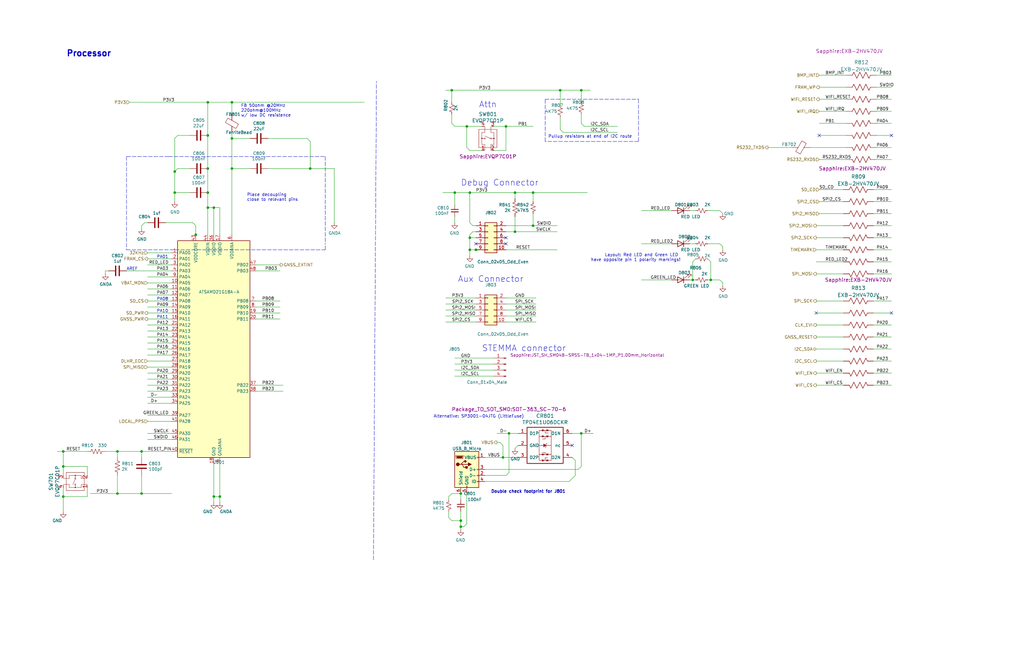
<source format=kicad_sch>
(kicad_sch (version 20211123) (generator eeschema)
  (paper "B")
  (title_block (title "Sapphire Mini M2") (date "2022-10-04") (rev "1") (company "Southern Methodist Univ") (comment 1 "Chris Hayward") (comment 2 "Markup copy w/ errors!"))
  (junction (at 97.79 71.12))
  (junction (at 97.79 43.18))
  (junction (at 292.1 118.11))
  (junction (at 49.53 190.5))
  (junction (at 87.63 81.28))
  (junction (at 73.66 72.39))
  (junction (at 130.81 71.12))
  (junction (at 87.63 43.18))
  (junction (at 224.79 81.28))
  (junction (at 90.17 209.55))
  (junction (at 198.12 105.41))
  (junction (at 59.69 190.5))
  (junction (at 190.5 38.1))
  (junction (at 194.31 219.71))
  (junction (at 87.63 87.63))
  (junction (at 299.72 118.11))
  (junction (at 194.31 208.28))
  (junction (at 213.36 53.34))
  (junction (at 198.12 81.28))
  (junction (at 73.66 81.28))
  (junction (at 82.55 99.06))
  (junction (at 212.09 193.04))
  (junction (at 214.63 182.88))
  (junction (at 59.69 208.28))
  (junction (at 92.71 209.55))
  (junction (at 217.17 97.79))
  (junction (at 196.85 53.34))
  (junction (at 198.12 100.33))
  (junction (at 191.77 81.28))
  (junction (at 87.63 57.15))
  (junction (at 87.63 71.12))
  (junction (at 236.22 38.1))
  (junction (at 217.17 81.28))
  (junction (at 26.67 209.55))
  (junction (at 49.53 208.28))
  (junction (at 194.31 222.25))
  (junction (at 97.79 58.42))
  (junction (at 245.11 38.1))
  (junction (at 224.79 95.25))
  (junction (at 200.66 105.41))
  (junction (at 26.67 190.5))
  (junction (at 245.11 182.88))
  (junction (at 90.17 87.63))
  (junction (at 26.67 196.85))
  (no_connect (at 241.3 187.96))
  (no_connect (at 213.36 102.87))
  (no_connect (at 200.66 102.87))
  (no_connect (at 213.36 100.33))
  (no_connect (at 345.44 57.15))
  (no_connect (at 375.92 57.15))
  (no_connect (at 344.17 132.08))
  (no_connect (at 375.92 132.08))
  (wire (pts (xy 345.44 57.15) (xy 356.87 57.15)))
  (wire (pts (xy 270.51 118.11) (xy 283.21 118.11)))
  (wire (pts (xy 344.17 157.48) (xy 355.6 157.48)))
  (wire (pts (xy 217.17 97.79) (xy 213.36 97.79)))
  (wire (pts (xy 368.3 157.48) (xy 375.92 157.48)))
  (wire (pts (xy 213.36 105.41) (xy 234.95 105.41)))
  (wire (pts (xy 62.23 185.42) (xy 72.39 185.42)))
  (wire (pts (xy 87.63 71.12) (xy 87.63 81.28)))
  (wire (pts (xy 298.45 118.11) (xy 299.72 118.11)))
  (wire (pts (xy 49.53 193.04) (xy 49.53 190.5)))
  (wire (pts (xy 199.39 97.79) (xy 198.12 99.06)))
  (wire (pts (xy 237.49 55.88) (xy 260.35 55.88)))
  (wire (pts (xy 213.36 63.5) (xy 208.28 63.5)))
  (wire (pts (xy 62.23 137.16) (xy 72.39 137.16)))
  (wire (pts (xy 344.17 147.32) (xy 355.6 147.32)))
  (wire (pts (xy 214.63 182.88) (xy 218.44 182.88)))
  (wire (pts (xy 213.36 133.35) (xy 226.06 133.35)))
  (wire (pts (xy 213.36 135.89) (xy 226.06 135.89)))
  (wire (pts (xy 97.79 58.42) (xy 105.41 58.42)))
  (wire (pts (xy 217.17 81.28) (xy 224.79 81.28)))
  (wire (pts (xy 368.3 127) (xy 375.92 127)))
  (wire (pts (xy 200.66 97.79) (xy 199.39 97.79)))
  (wire (pts (xy 245.11 182.88) (xy 250.19 182.88)))
  (wire (pts (xy 242.57 194.31) (xy 242.57 200.66)))
  (wire (pts (xy 62.23 175.26) (xy 72.39 175.26)))
  (wire (pts (xy 200.66 128.27) (xy 187.96 128.27)))
  (wire (pts (xy 198.12 105.41) (xy 198.12 107.95)))
  (wire (pts (xy 44.45 114.3) (xy 44.45 115.57)))
  (wire (pts (xy 26.67 200.66) (xy 26.67 196.85)))
  (wire (pts (xy 212.09 193.04) (xy 204.47 193.04)))
  (wire (pts (xy 292.1 118.11) (xy 292.1 110.49)))
  (wire (pts (xy 195.58 222.25) (xy 194.31 222.25)))
  (wire (pts (xy 203.2 53.34) (xy 196.85 53.34)))
  (wire (pts (xy 368.3 80.01) (xy 375.92 80.01)))
  (wire (pts (xy 292.1 110.49) (xy 293.37 109.22)))
  (wire (pts (xy 213.36 125.73) (xy 226.06 125.73)))
  (wire (pts (xy 344.17 142.24) (xy 355.6 142.24)))
  (wire (pts (xy 62.23 106.68) (xy 72.39 106.68)))
  (wire (pts (xy 72.39 132.08) (xy 62.23 132.08)))
  (wire (pts (xy 292.1 118.11) (xy 293.37 118.11)))
  (wire (pts (xy 209.55 186.69) (xy 210.82 186.69)))
  (wire (pts (xy 36.83 209.55) (xy 26.67 209.55)))
  (wire (pts (xy 59.69 193.04) (xy 59.69 190.5)))
  (wire (pts (xy 62.23 111.76) (xy 72.39 111.76)))
  (wire (pts (xy 236.22 54.61) (xy 237.49 55.88)))
  (wire (pts (xy 198.12 93.98) (xy 198.12 81.28)))
  (wire (pts (xy 214.63 182.88) (xy 214.63 199.39)))
  (wire (pts (xy 194.31 208.28) (xy 194.31 210.82)))
  (wire (pts (xy 213.36 200.66) (xy 214.63 199.39)))
  (wire (pts (xy 213.36 63.5) (xy 213.36 53.34)))
  (wire (pts (xy 245.11 52.07) (xy 246.38 53.34)))
  (wire (pts (xy 90.17 99.06) (xy 90.17 87.63)))
  (wire (pts (xy 344.17 110.49) (xy 355.6 110.49)))
  (wire (pts (xy 236.22 49.53) (xy 236.22 54.61)))
  (wire (pts (xy 49.53 190.5) (xy 44.45 190.5)))
  (wire (pts (xy 72.39 190.5) (xy 59.69 190.5)))
  (wire (pts (xy 189.23 215.9) (xy 189.23 218.44)))
  (wire (pts (xy 107.95 111.76) (xy 118.11 111.76)))
  (wire (pts (xy 38.1 208.28) (xy 49.53 208.28)))
  (wire (pts (xy 345.44 85.09) (xy 355.6 85.09)))
  (wire (pts (xy 190.5 43.18) (xy 190.5 38.1)))
  (wire (pts (xy 208.28 156.21) (xy 191.77 156.21)))
  (wire (pts (xy 369.57 31.75) (xy 375.92 31.75)))
  (wire (pts (xy 73.66 81.28) (xy 73.66 85.09)))
  (wire (pts (xy 90.17 209.55) (xy 90.17 212.09)))
  (wire (pts (xy 209.55 182.88) (xy 214.63 182.88)))
  (wire (pts (xy 26.67 196.85) (xy 36.83 196.85)))
  (wire (pts (xy 368.3 162.56) (xy 375.92 162.56)))
  (wire (pts (xy 345.44 90.17) (xy 355.6 90.17)))
  (wire (pts (xy 73.66 72.39) (xy 74.93 71.12)))
  (wire (pts (xy 368.3 95.25) (xy 375.92 95.25)))
  (wire (pts (xy 345.44 41.91) (xy 356.87 41.91)))
  (polyline (pts (xy 137.16 105.41) (xy 137.16 102.87)))
  (wire (pts (xy 345.44 52.07) (xy 356.87 52.07)))
  (wire (pts (xy 369.57 67.31) (xy 375.92 67.31)))
  (wire (pts (xy 62.23 182.88) (xy 72.39 182.88)))
  (wire (pts (xy 62.23 177.8) (xy 72.39 177.8)))
  (wire (pts (xy 236.22 38.1) (xy 236.22 44.45)))
  (wire (pts (xy 212.09 187.96) (xy 212.09 193.04)))
  (wire (pts (xy 194.31 215.9) (xy 194.31 219.71)))
  (wire (pts (xy 290.83 102.87) (xy 293.37 102.87)))
  (wire (pts (xy 97.79 43.18) (xy 153.67 43.18)))
  (wire (pts (xy 97.79 71.12) (xy 105.41 71.12)))
  (wire (pts (xy 208.28 153.67) (xy 191.77 153.67)))
  (wire (pts (xy 73.66 81.28) (xy 80.01 81.28)))
  (wire (pts (xy 196.85 220.98) (xy 195.58 222.25)))
  (wire (pts (xy 107.95 114.3) (xy 118.11 114.3)))
  (wire (pts (xy 73.66 58.42) (xy 73.66 72.39)))
  (wire (pts (xy 130.81 59.69) (xy 130.81 71.12)))
  (wire (pts (xy 62.23 116.84) (xy 72.39 116.84)))
  (wire (pts (xy 196.85 208.28) (xy 196.85 220.98)))
  (wire (pts (xy 198.12 81.28) (xy 217.17 81.28)))
  (wire (pts (xy 345.44 46.99) (xy 356.87 46.99)))
  (wire (pts (xy 369.57 52.07) (xy 375.92 52.07)))
  (wire (pts (xy 344.17 132.08) (xy 355.6 132.08)))
  (wire (pts (xy 299.72 118.11) (xy 299.72 110.49)))
  (wire (pts (xy 298.45 88.9) (xy 303.53 88.9)))
  (wire (pts (xy 369.57 46.99) (xy 375.92 46.99)))
  (wire (pts (xy 36.83 205.74) (xy 36.83 209.55)))
  (wire (pts (xy 303.53 118.11) (xy 299.72 118.11)))
  (wire (pts (xy 49.53 208.28) (xy 59.69 208.28)))
  (wire (pts (xy 140.97 71.12) (xy 140.97 93.98)))
  (wire (pts (xy 200.66 130.81) (xy 187.96 130.81)))
  (wire (pts (xy 303.53 102.87) (xy 298.45 102.87)))
  (wire (pts (xy 369.57 36.83) (xy 375.92 36.83)))
  (wire (pts (xy 344.17 115.57) (xy 355.6 115.57)))
  (wire (pts (xy 240.03 203.2) (xy 242.57 200.66)))
  (wire (pts (xy 72.39 134.62) (xy 62.23 134.62)))
  (wire (pts (xy 368.3 152.4) (xy 375.92 152.4)))
  (wire (pts (xy 345.44 31.75) (xy 356.87 31.75)))
  (wire (pts (xy 36.83 196.85) (xy 36.83 200.66)))
  (wire (pts (xy 283.21 102.87) (xy 270.51 102.87)))
  (wire (pts (xy 87.63 57.15) (xy 87.63 71.12)))
  (wire (pts (xy 53.34 114.3) (xy 72.39 114.3)))
  (wire (pts (xy 191.77 86.36) (xy 191.77 81.28)))
  (wire (pts (xy 344.17 137.16) (xy 355.6 137.16)))
  (wire (pts (xy 345.44 36.83) (xy 356.87 36.83)))
  (wire (pts (xy 190.5 219.71) (xy 194.31 219.71)))
  (wire (pts (xy 87.63 43.18) (xy 87.63 57.15)))
  (wire (pts (xy 80.01 57.15) (xy 74.93 57.15)))
  (wire (pts (xy 368.3 90.17) (xy 375.92 90.17)))
  (wire (pts (xy 62.23 152.4) (xy 72.39 152.4)))
  (polyline (pts (xy 53.34 66.04) (xy 53.34 105.41)))
  (wire (pts (xy 82.55 100.33) (xy 82.55 99.06)))
  (wire (pts (xy 200.66 133.35) (xy 187.96 133.35)))
  (wire (pts (xy 217.17 91.44) (xy 217.17 97.79)))
  (wire (pts (xy 26.67 190.5) (xy 24.13 190.5)))
  (wire (pts (xy 130.81 71.12) (xy 140.97 71.12)))
  (polyline (pts (xy 229.87 59.69) (xy 229.87 41.91)))
  (wire (pts (xy 344.17 95.25) (xy 355.6 95.25)))
  (wire (pts (xy 368.3 100.33) (xy 375.92 100.33)))
  (wire (pts (xy 345.44 67.31) (xy 356.87 67.31)))
  (wire (pts (xy 113.03 58.42) (xy 129.54 58.42)))
  (wire (pts (xy 200.66 105.41) (xy 198.12 105.41)))
  (wire (pts (xy 92.71 195.58) (xy 92.71 209.55)))
  (wire (pts (xy 194.31 222.25) (xy 194.31 223.52)))
  (wire (pts (xy 97.79 71.12) (xy 97.79 99.06)))
  (wire (pts (xy 241.3 193.04) (xy 242.57 194.31)))
  (wire (pts (xy 200.66 135.89) (xy 187.96 135.89)))
  (wire (pts (xy 236.22 38.1) (xy 245.11 38.1)))
  (wire (pts (xy 245.11 48.26) (xy 245.11 52.07)))
  (wire (pts (xy 62.23 157.48) (xy 72.39 157.48)))
  (wire (pts (xy 243.84 198.12) (xy 245.11 196.85)))
  (wire (pts (xy 62.23 147.32) (xy 72.39 147.32)))
  (wire (pts (xy 241.3 182.88) (xy 245.11 182.88)))
  (wire (pts (xy 200.66 95.25) (xy 199.39 95.25)))
  (wire (pts (xy 59.69 208.28) (xy 59.69 200.66)))
  (polyline (pts (xy 71.12 66.04) (xy 53.34 66.04)))
  (wire (pts (xy 189.23 218.44) (xy 190.5 219.71)))
  (wire (pts (xy 191.77 53.34) (xy 196.85 53.34)))
  (wire (pts (xy 62.23 154.94) (xy 72.39 154.94)))
  (polyline (pts (xy 137.16 66.04) (xy 137.16 102.87)))
  (wire (pts (xy 368.3 105.41) (xy 375.92 105.41)))
  (wire (pts (xy 369.57 41.91) (xy 375.92 41.91)))
  (wire (pts (xy 200.66 125.73) (xy 187.96 125.73)))
  (wire (pts (xy 49.53 200.66) (xy 49.53 208.28)))
  (wire (pts (xy 224.79 95.25) (xy 213.36 95.25)))
  (wire (pts (xy 189.23 209.55) (xy 190.5 208.28)))
  (polyline (pts (xy 229.87 41.91) (xy 269.24 41.91)))
  (wire (pts (xy 208.28 158.75) (xy 191.77 158.75)))
  (wire (pts (xy 69.85 93.98) (xy 81.28 93.98)))
  (wire (pts (xy 87.63 43.18) (xy 97.79 43.18)))
  (wire (pts (xy 213.36 130.81) (xy 226.06 130.81)))
  (wire (pts (xy 87.63 87.63) (xy 90.17 87.63)))
  (wire (pts (xy 304.8 104.14) (xy 304.8 105.41)))
  (wire (pts (xy 303.53 118.11) (xy 304.8 119.38)))
  (wire (pts (xy 204.47 200.66) (xy 213.36 200.66)))
  (wire (pts (xy 245.11 43.18) (xy 245.11 38.1)))
  (wire (pts (xy 92.71 209.55) (xy 92.71 212.09)))
  (polyline (pts (xy 157.48 236.22) (xy 158.75 34.29)))
  (wire (pts (xy 82.55 99.06) (xy 82.55 95.25)))
  (wire (pts (xy 26.67 209.55) (xy 26.67 215.9)))
  (wire (pts (xy 369.57 57.15) (xy 375.92 57.15)))
  (wire (pts (xy 59.69 95.25) (xy 60.96 93.98)))
  (wire (pts (xy 368.3 132.08) (xy 375.92 132.08)))
  (wire (pts (xy 191.77 81.28) (xy 198.12 81.28)))
  (wire (pts (xy 234.95 97.79) (xy 217.17 97.79)))
  (wire (pts (xy 72.39 127) (xy 62.23 127)))
  (wire (pts (xy 73.66 81.28) (xy 73.66 72.39)))
  (wire (pts (xy 62.23 167.64) (xy 72.39 167.64)))
  (wire (pts (xy 368.3 85.09) (xy 375.92 85.09)))
  (wire (pts (xy 194.31 219.71) (xy 194.31 222.25)))
  (wire (pts (xy 60.96 93.98) (xy 62.23 93.98)))
  (wire (pts (xy 196.85 62.23) (xy 196.85 53.34)))
  (wire (pts (xy 74.93 71.12) (xy 80.01 71.12)))
  (wire (pts (xy 187.96 38.1) (xy 190.5 38.1)))
  (wire (pts (xy 90.17 209.55) (xy 92.71 209.55)))
  (wire (pts (xy 190.5 38.1) (xy 236.22 38.1)))
  (wire (pts (xy 210.82 186.69) (xy 212.09 187.96)))
  (wire (pts (xy 62.23 121.92) (xy 72.39 121.92)))
  (wire (pts (xy 90.17 87.63) (xy 92.71 87.63)))
  (wire (pts (xy 224.79 90.17) (xy 224.79 95.25)))
  (wire (pts (xy 92.71 87.63) (xy 92.71 99.06)))
  (wire (pts (xy 97.79 58.42) (xy 97.79 55.88)))
  (wire (pts (xy 345.44 80.01) (xy 355.6 80.01)))
  (wire (pts (xy 204.47 198.12) (xy 243.84 198.12)))
  (wire (pts (xy 224.79 81.28) (xy 247.65 81.28)))
  (wire (pts (xy 107.95 129.54) (xy 118.11 129.54)))
  (polyline (pts (xy 269.24 59.69) (xy 229.87 59.69)))
  (wire (pts (xy 186.69 81.28) (xy 191.77 81.28)))
  (wire (pts (xy 368.3 137.16) (xy 375.92 137.16)))
  (wire (pts (xy 62.23 119.38) (xy 72.39 119.38)))
  (wire (pts (xy 208.28 151.13) (xy 191.77 151.13)))
  (wire (pts (xy 107.95 132.08) (xy 118.11 132.08)))
  (wire (pts (xy 201.93 105.41) (xy 200.66 105.41)))
  (wire (pts (xy 26.67 196.85) (xy 26.67 190.5)))
  (wire (pts (xy 59.69 96.52) (xy 59.69 95.25)))
  (wire (pts (xy 90.17 195.58) (xy 90.17 209.55)))
  (wire (pts (xy 62.23 139.7) (xy 72.39 139.7)))
  (wire (pts (xy 344.17 152.4) (xy 355.6 152.4)))
  (wire (pts (xy 344.17 162.56) (xy 355.6 162.56)))
  (wire (pts (xy 290.83 118.11) (xy 292.1 118.11)))
  (wire (pts (xy 62.23 129.54) (xy 72.39 129.54)))
  (wire (pts (xy 203.2 63.5) (xy 198.12 63.5)))
  (wire (pts (xy 217.17 189.23) (xy 218.44 187.96)))
  (wire (pts (xy 36.83 190.5) (xy 26.67 190.5)))
  (wire (pts (xy 204.47 203.2) (xy 240.03 203.2)))
  (wire (pts (xy 290.83 88.9) (xy 293.37 88.9)))
  (wire (pts (xy 368.3 115.57) (xy 375.92 115.57)))
  (polyline (pts (xy 53.34 105.41) (xy 137.16 105.41)))
  (wire (pts (xy 107.95 165.1) (xy 119.38 165.1)))
  (wire (pts (xy 344.17 105.41) (xy 355.6 105.41)))
  (wire (pts (xy 190.5 208.28) (xy 194.31 208.28)))
  (wire (pts (xy 97.79 58.42) (xy 97.79 71.12)))
  (polyline (pts (xy 71.12 66.04) (xy 137.16 66.04)))
  (wire (pts (xy 245.11 182.88) (xy 245.11 196.85)))
  (wire (pts (xy 283.21 88.9) (xy 270.51 88.9)))
  (wire (pts (xy 81.28 93.98) (xy 82.55 95.25)))
  (wire (pts (xy 344.17 100.33) (xy 355.6 100.33)))
  (wire (pts (xy 59.69 208.28) (xy 72.39 208.28)))
  (wire (pts (xy 87.63 87.63) (xy 87.63 81.28)))
  (wire (pts (xy 200.66 100.33) (xy 198.12 100.33)))
  (wire (pts (xy 62.23 142.24) (xy 72.39 142.24)))
  (wire (pts (xy 344.17 127) (xy 355.6 127)))
  (wire (pts (xy 368.3 147.32) (xy 375.92 147.32)))
  (wire (pts (xy 129.54 58.42) (xy 130.81 59.69)))
  (wire (pts (xy 303.53 88.9) (xy 304.8 90.17)))
  (wire (pts (xy 304.8 119.38) (xy 304.8 120.65)))
  (wire (pts (xy 62.23 160.02) (xy 72.39 160.02)))
  (wire (pts (xy 212.09 193.04) (xy 218.44 193.04)))
  (wire (pts (xy 190.5 52.07) (xy 191.77 53.34)))
  (wire (pts (xy 62.23 165.1) (xy 72.39 165.1)))
  (wire (pts (xy 303.53 102.87) (xy 304.8 104.14)))
  (wire (pts (xy 198.12 99.06) (xy 198.12 100.33)))
  (wire (pts (xy 62.23 170.18) (xy 72.39 170.18)))
  (wire (pts (xy 213.36 128.27) (xy 226.06 128.27)))
  (wire (pts (xy 54.61 43.18) (xy 87.63 43.18)))
  (wire (pts (xy 198.12 63.5) (xy 196.85 62.23)))
  (wire (pts (xy 87.63 99.06) (xy 87.63 87.63)))
  (wire (pts (xy 190.5 48.26) (xy 190.5 52.07)))
  (wire (pts (xy 213.36 53.34) (xy 224.79 53.34)))
  (wire (pts (xy 341.63 62.23) (xy 356.87 62.23)))
  (wire (pts (xy 107.95 162.56) (xy 119.38 162.56)))
  (wire (pts (xy 199.39 95.25) (xy 198.12 93.98)))
  (wire (pts (xy 213.36 53.34) (xy 208.28 53.34)))
  (wire (pts (xy 72.39 149.86) (xy 62.23 149.86)))
  (wire (pts (xy 246.38 53.34) (xy 260.35 53.34)))
  (wire (pts (xy 107.95 127) (xy 118.11 127)))
  (wire (pts (xy 191.77 93.98) (xy 191.77 91.44)))
  (wire (pts (xy 59.69 190.5) (xy 49.53 190.5)))
  (wire (pts (xy 44.45 114.3) (xy 45.72 114.3)))
  (wire (pts (xy 323.85 62.23) (xy 334.01 62.23)))
  (wire (pts (xy 189.23 210.82) (xy 189.23 209.55)))
  (wire (pts (xy 198.12 100.33) (xy 198.12 105.41)))
  (wire (pts (xy 113.03 71.12) (xy 130.81 71.12)))
  (wire (pts (xy 368.3 142.24) (xy 375.92 142.24)))
  (wire (pts (xy 368.3 110.49) (xy 375.92 110.49)))
  (wire (pts (xy 217.17 81.28) (xy 217.17 83.82)))
  (polyline (pts (xy 269.24 41.91) (xy 269.24 59.69)))
  (wire (pts (xy 72.39 109.22) (xy 62.23 109.22)))
  (wire (pts (xy 245.11 38.1) (xy 248.92 38.1)))
  (wire (pts (xy 62.23 162.56) (xy 72.39 162.56)))
  (wire (pts (xy 62.23 124.46) (xy 72.39 124.46)))
  (wire (pts (xy 74.93 57.15) (xy 73.66 58.42)))
  (wire (pts (xy 26.67 205.74) (xy 26.67 209.55)))
  (wire (pts (xy 369.57 62.23) (xy 375.92 62.23)))
  (wire (pts (xy 107.95 134.62) (xy 118.11 134.62)))
  (wire (pts (xy 62.23 144.78) (xy 72.39 144.78)))
  (wire (pts (xy 224.79 85.09) (xy 224.79 81.28)))
  (wire (pts (xy 299.72 110.49) (xy 298.45 109.22)))
  (wire (pts (xy 234.95 95.25) (xy 224.79 95.25)))
  (wire (pts (xy 97.79 48.26) (xy 97.79 43.18)))
  (text "PA08" (at 66.04 127 0) (effects (font (size 1.27 1.27)) (justify left bottom)))
  (text "PA10" (at 66.04 132.08 0) (effects (font (size 1.27 1.27)) (justify left bottom)))
  (text "PA11" (at 66.04 134.62 0) (effects (font (size 1.27 1.27)) (justify left bottom)))
  (text "Double check footprint for J801" (at 207.01 208.28 0) (effects (font (size 1.27 1.27) (thickness 0.254) bold) (justify left bottom)))
  (text "Processor" (at 27.94 24.13 0) (effects (font (size 2.5 2.5) (thickness 0.5) bold) (justify left bottom)))
  (text "Layout: Red LED and Green LED \nhave opposite pin 1 polarity markings!" (at 287.02 110.49 0) (effects (font (size 1.27 1.27)) (justify right bottom)))
  (text "Debug Connector" (at 194.31 78.74 0) (effects (font (size 2.54 2.54)) (justify left bottom)))
  (text "AREF\n" (at 53.34 114.3 0) (effects (font (size 1.27 1.27)) (justify left bottom)))
  (text "Attn" (at 201.93 45.72 0) (effects (font (size 2.54 2.54)) (justify left bottom)))
  (text "Alternative: SP3001-04JTG (LittleFuse)" (at 220.98 176.53 180) (effects (font (size 1.27 1.27)) (justify right bottom)))
  (text "PA01" (at 66.04 109.22 0) (effects (font (size 1.27 1.27)) (justify left bottom)))
  (text "Pullup resistors at end of I2C route\n" (at 231.14 58.42 0) (effects (font (size 1.27 1.27)) (justify left bottom)))
  (text "FB 50ohm @20MHz \n220ohm@100MHz \nw/ low DC resistence" (at 101.6 49.53 0) (effects (font (size 1.27 1.27)) (justify left bottom)))
  (text "STEMMA connector\n" (at 203.2 148.59 0) (effects (font (size 2.54 2.54)) (justify left bottom)))
  (text "Place decoupling \nclose to relevant pins" (at 104.14 85.09 0) (effects (font (size 1.27 1.27)) (justify left bottom)))
  (text "Aux Connector" (at 193.04 119.38 0) (effects (font (size 2.54 2.54)) (justify left bottom)))
  (label "I2C_SCL" (at 248.92 55.88 0))
  (label "PA22" (at 66.04 162.56 0))
  (label "PA16" (at 66.04 147.32 0))
  (label "PB10" (at 369.57 85.09 0))
  (label "PA15" (at 369.57 110.49 0))
  (label "PA07" (at 369.57 67.31 0))
  (label "RED_LED" (at 71.12 111.76 180))
  (label "D+" (at 63.5 170.18 0))
  (label "SWDIO" (at 232.41 95.25 180))
  (label "WIFI_EN" (at 347.98 157.48 0))
  (label "PB11" (at 369.57 90.17 0))
  (label "PB23" (at 369.57 162.56 0))
  (label "I2C_SDA" (at 194.31 156.21 0))
  (label "PB10" (at 110.49 132.08 0))
  (label "SWCLK" (at 232.41 97.79 180))
  (label "SPI_SCK" (at 217.17 128.27 0))
  (label "PB23" (at 110.49 165.1 0))
  (label "PA13" (at 369.57 100.33 0))
  (label "PB03" (at 370.84 31.75 0))
  (label "I2C_SDA" (at 248.92 53.34 0))
  (label "SPI_MISO" (at 217.17 133.35 0))
  (label "PA21" (at 66.04 160.02 0))
  (label "WIFI_CS" (at 217.17 135.89 0))
  (label "D+" (at 246.38 182.88 0))
  (label "D-" (at 63.5 167.64 0))
  (label "PA09" (at 66.04 129.54 0))
  (label "SPI2_MOSI" (at 190.5 130.81 0))
  (label "SPI2_SCK" (at 190.5 128.27 0) (effects (font italic)))
  (label "PA04" (at 369.57 52.07 0))
  (label "P3V3" (at 190.5 125.73 0))
  (label "RED_LED2" (at 347.98 110.49 0))
  (label "PA14" (at 66.04 142.24 0))
  (label "PA14" (at 369.57 105.41 0))
  (label "RED_LED2" (at 274.32 102.87 0))
  (label "VBUS" (at 210.82 193.04 180))
  (label "PA13" (at 66.04 139.7 0))
  (label "PB1" (at 218.44 53.34 0))
  (label "PA15" (at 66.04 144.78 0))
  (label "WIFI_IRQ" (at 347.98 46.99 0))
  (label "PB22" (at 369.57 157.48 0))
  (label "RESET" (at 27.94 190.5 0))
  (label "PA22" (at 369.57 147.32 0))
  (label "PB09" (at 369.57 46.99 0))
  (label "PA23" (at 66.04 165.1 0))
  (label "PA03" (at 66.04 114.3 0))
  (label "GREEN_LED" (at 274.32 118.11 0))
  (label "SPI2_MISO" (at 190.5 133.35 0))
  (label "P3V3" (at 201.93 38.1 0))
  (label "PA09" (at 369.57 80.01 0))
  (label "PA07" (at 66.04 124.46 0))
  (label "PA20" (at 369.57 137.16 0))
  (label "P3V3" (at 68.58 43.18 0))
  (label "SD_CD" (at 345.44 80.01 0))
  (label "WIFI_RESET" (at 347.98 41.91 0))
  (label "SPI_MOSI" (at 217.17 130.81 0))
  (label "D-" (at 210.82 182.88 0))
  (label "PB08" (at 369.57 41.91 0))
  (label "P3V3" (at 40.64 208.28 0))
  (label "PB11" (at 110.49 134.62 0))
  (label "RED_LED" (at 274.32 88.9 0))
  (label "GND" (at 194.31 151.13 0))
  (label "PA16" (at 369.57 115.57 0))
  (label "TIMEMARK" (at 347.98 105.41 0))
  (label "PA20" (at 66.04 157.48 0))
  (label "SPI2_CS" (at 346.71 85.09 0))
  (label "SWDIO" (at 64.77 185.42 0))
  (label "PB09" (at 110.49 129.54 0))
  (label "PA17" (at 369.57 127 0))
  (label "PA06" (at 66.04 121.92 0))
  (label "PB03" (at 111.76 114.3 0))
  (label "PB22" (at 110.49 162.56 0))
  (label "PB08" (at 110.49 127 0))
  (label "PA12" (at 66.04 137.16 0))
  (label "SWCLK" (at 64.77 182.88 0))
  (label "RESET_PIN" (at 62.23 190.5 0))
  (label "I2C_SCL" (at 194.31 158.75 0))
  (label "GND" (at 217.17 125.73 0))
  (label "GREEN_LED" (at 71.12 175.26 180))
  (label "PA04" (at 66.04 116.84 0))
  (label "BMP_INT" (at 347.98 31.75 0))
  (label "PA12" (at 369.57 95.25 0))
  (label "SPI2_CS" (at 190.5 135.89 0))
  (label "P3V3" (at 194.31 153.67 0))
  (label "PA23" (at 369.57 152.4 0))
  (label "PA06" (at 369.57 62.23 0))
  (label "SWDIO" (at 370.84 36.83 0))
  (label "PA17" (at 66.04 149.86 0))
  (label "RESET" (at 223.52 105.41 180))
  (label "WIFI_CS" (at 347.98 162.56 0))
  (label "PB1" (at 347.98 52.07 0))
  (label "RS232_RXD5" (at 346.71 67.31 0))
  (label "P3V3" (at 200.66 81.28 0))
  (label "PA21" (at 369.57 142.24 0))
  (hierarchical_label "DLHR_EOC" (shape input) (at 62.23 152.4 180))
  (hierarchical_label "GNSS_PWR" (shape output) (at 62.23 134.62 180))
  (hierarchical_label "WIFI_CS" (shape output) (at 344.17 162.56 180))
  (hierarchical_label "SPI_MOSI" (shape output) (at 344.17 115.57 180))
  (hierarchical_label "SPI2_CS" (shape input) (at 345.44 85.09 180))
  (hierarchical_label "SD_PWR" (shape output) (at 62.23 132.08 180))
  (hierarchical_label "WIFI_IRQ" (shape input) (at 345.44 46.99 180))
  (hierarchical_label "SPI_SCK" (shape output) (at 344.17 127 180))
  (hierarchical_label "FRAM_WP" (shape output) (at 345.44 36.83 180))
  (hierarchical_label "BMP_INT" (shape input) (at 345.44 31.75 180))
  (hierarchical_label "LOCAL_PPS" (shape input) (at 62.23 177.8 180))
  (hierarchical_label "RS232_TXD5" (shape output) (at 323.85 62.23 180))
  (hierarchical_label "32KHz" (shape input) (at 62.23 106.68 180))
  (hierarchical_label "VBUS" (shape output) (at 209.55 186.69 180))
  (hierarchical_label "RS232_RXD5" (shape input) (at 345.44 67.31 180))
  (hierarchical_label "VBAT_MON" (shape input) (at 62.23 119.38 180))
  (hierarchical_label "FRAM_CS" (shape output) (at 62.23 109.22 180))
  (hierarchical_label "GNSS_EXTINT" (shape output) (at 118.11 111.76 0))
  (hierarchical_label "P3V3" (shape input) (at 54.61 43.18 180))
  (hierarchical_label "SD_CD" (shape input) (at 345.44 80.01 180))
  (hierarchical_label "TIMEMARK" (shape input) (at 344.17 105.41 180))
  (hierarchical_label "SPI2_SCK" (shape output) (at 344.17 100.33 180))
  (hierarchical_label "SD_CS" (shape output) (at 62.23 127 180))
  (hierarchical_label "SPI_MISO" (shape input) (at 62.23 154.94 180))
  (hierarchical_label "GNSS_RESET" (shape output) (at 344.17 142.24 180))
  (hierarchical_label "SPI2_MISO" (shape input) (at 345.44 90.17 180))
  (hierarchical_label "I2C_SDA" (shape bidirectional) (at 344.17 147.32 180))
  (hierarchical_label "SPI2_MOSI" (shape output) (at 344.17 95.25 180))
  (hierarchical_label "CLK_EVI" (shape output) (at 344.17 137.16 180))
  (hierarchical_label "I2C_SCL" (shape output) (at 344.17 152.4 180))
  (hierarchical_label "WIFI_EN" (shape output) (at 344.17 157.48 180))
  (hierarchical_label "WIFI_RESET" (shape output) (at 345.44 41.91 180))
  (symbol (lib_id "power:GND") (at 90.17 212.09 0) (unit 1)
    (property "Reference" "#PWR0809" (effects hide))
    (property "Value" "GND" (at 87.63 215.9 0))
  )
  (symbol (lib_id "Device:C") (at 66.04 93.98 270) (unit 1)
    (property "Reference" "C804" (at 60.96 91.44 90))
    (property "Value" "1uf" (at 66.04 89.8906 90))
    (property "Footprint" "Capacitor_SMD:C_0603_1608Metric" (effects hide))
    (property "Description" "1 µF ±10% 16V Ceramic Capacitor X7R 0805 (2012 Metric)" (effects hide))
    (property "MPN" "CL21B105KOFNNNG" (effects hide))
    (property "Manufacturer" "Samsung" (effects hide))
    (property "Populate" "1" (effects hide))
    (property "Voltage" "16" (effects hide))
  )
  (symbol (lib_id "power:GND") (at 59.69 96.52 0) (unit 1)
    (property "Reference" "#PWR0807" (effects hide))
    (property "Value" "GND" (at 59.817 100.9142 0))
  )
  (symbol (lib_id "Device:C") (at 109.22 71.12 270) (unit 1)
    (property "Reference" "C809" (at 109.22 64.7192 90))
    (property "Value" "100nF" (at 109.22 67.0306 90))
    (property "Footprint" "Capacitor_SMD:C_0402_1005Metric" (effects hide))
    (property "Description" "0.1 µF ±10% 25V Ceramic Capacitor X5R 0402 (1005 Metric)" (effects hide))
    (property "MPN" "CL05A104KA5NNNC" (effects hide))
    (property "Manufacturer" "Samsung" (effects hide))
    (property "Populate" "1" (effects hide))
    (property "Voltage" "25" (effects hide))
  )
  (symbol (lib_id "Device:C") (at 109.22 58.42 270) (unit 1)
    (property "Reference" "C808" (at 109.22 52.0192 90))
    (property "Value" "22uF" (at 109.22 54.3306 90))
    (property "Footprint" "Capacitor_SMD:C_0805_2012Metric" (effects hide))
    (property "Description" "22 µF ±20% 25V Ceramic Capacitor X5R 0805 (2012 Metric)" (effects hide))
    (property "MPN" "CL21A226MAYNNNE" (effects hide))
    (property "Manufacturer" "Samsung" (effects hide))
    (property "Populate" "1" (effects hide))
    (property "Voltage" "16" (effects hide))
  )
  (symbol (lib_id "power:GNDA") (at 140.97 93.98 0) (unit 1)
    (property "Reference" "#PWR0811" (effects hide))
    (property "Value" "GNDA" (at 141.097 98.3742 0))
  )
  (symbol (lib_id "power:GNDA") (at 92.71 212.09 0) (unit 1)
    (property "Reference" "#PWR0810" (effects hide))
    (property "Value" "GNDA" (at 95.25 215.9 0))
  )
  (symbol (lib_id "Device:C") (at 83.82 71.12 270) (unit 1)
    (property "Reference" "C806" (at 83.82 64.7192 90))
    (property "Value" "100nF" (at 83.82 67.0306 90))
    (property "Footprint" "Capacitor_SMD:C_0402_1005Metric" (effects hide))
    (property "Description" "0.1 µF ±10% 25V Ceramic Capacitor X5R 0402 (1005 Metric)" (effects hide))
    (property "MPN" "CL05A104KA5NNNC" (effects hide))
    (property "Manufacturer" "Samsung" (effects hide))
    (property "Populate" "1" (effects hide))
    (property "Voltage" "25" (effects hide))
  )
  (symbol (lib_id "Device:C") (at 83.82 81.28 270) (unit 1)
    (property "Reference" "C807" (at 83.82 74.8792 90))
    (property "Value" "100nF" (at 83.82 77.1906 90))
    (property "Footprint" "Capacitor_SMD:C_0402_1005Metric" (effects hide))
    (property "Description" "0.1 µF ±10% 25V Ceramic Capacitor X5R 0402 (1005 Metric)" (effects hide))
    (property "MPN" "CL05A104KA5NNNC" (effects hide))
    (property "Manufacturer" "Samsung" (effects hide))
    (property "Populate" "1" (effects hide))
    (property "Voltage" "25" (effects hide))
  )
  (symbol (lib_id "power:GND") (at 73.66 85.09 0) (unit 1)
    (property "Reference" "#PWR0808" (effects hide))
    (property "Value" "GND" (at 73.787 89.4842 0))
  )
  (symbol (lib_id "Device:R_US") (at 49.53 196.85 0) (unit 1)
    (property "Reference" "R811" (at 51.2572 195.6816 0) (effects (justify left)))
    (property "Value" "2K" (at 51.2572 197.993 0) (effects (justify left)))
    (property "Footprint" "Resistor_SMD:R_0603_1608Metric" (effects hide))
    (property "MPN" "CRCW06032K00FKEAC" (effects hide))
    (property "Manufacturer" "Vishay" (effects hide))
    (property "Description" "2 kOhms ±1% 0.1W, 1/10W Chip Resistor 0603" (effects hide))
  )
  (symbol (lib_id "Device:C") (at 59.69 196.85 180) (unit 1)
    (property "Reference" "C803" (at 62.611 195.6816 0) (effects (justify right)))
    (property "Value" "100pF" (at 62.611 197.993 0) (effects (justify right)))
    (property "Footprint" "Capacitor_SMD:C_0603_1608Metric" (effects hide))
    (property "Description" "100 pF ±5% 50V Ceramic Capacitor C0G, NP0 0603 (1608 Metric)" (effects hide))
    (property "MPN" "06035A101JAT2A" (effects hide))
    (property "Manufacturer" "KYOCERA AVX" (effects hide))
  )
  (symbol (lib_id "Device:R_US") (at 40.64 190.5 270) (unit 1)
    (property "Reference" "R810" (at 36.83 187.96 90))
    (property "Value" "330" (at 43.18 187.96 90))
    (property "Footprint" "Resistor_SMD:R_0603_1608Metric" (effects hide))
    (property "Description" "330 Ohms ±5% 0.1W, 1/10W Chip Resistor 0603 (1608 Metric) Moisture Resistant Thick Film" (effects hide))
    (property "MPN" "RC0603JR-07330RL" (effects hide))
  )
  (symbol (lib_id "Device:R_US") (at 217.17 87.63 0) (mirror y) (unit 1)
    (property "Reference" "R841" (at 215.4428 86.4616 0) (effects (justify left)))
    (property "Value" "2K" (at 215.4428 88.773 0) (effects (justify left)))
    (property "Footprint" "Resistor_SMD:R_0603_1608Metric" (effects hide))
    (property "MPN" "CRCW06032K00FKEAC" (effects hide))
    (property "Manufacturer" "Vishay" (effects hide))
    (property "Description" "2 kOhms ±1% 0.1W, 1/10W Chip Resistor 0603" (effects hide))
  )
  (symbol (lib_id "Device:R_Small_US") (at 190.5 45.72 0) (unit 1)
    (property "Reference" "R802" (at 187.96 46.99 90) (effects (justify left)))
    (property "Value" "2K" (at 192.2272 46.863 90) (effects (justify left)))
    (property "Footprint" "Resistor_SMD:R_0603_1608Metric" (effects hide))
    (property "DigiKey Price" "0.05" (effects hide))
    (property "Manufacturer" "Vishay" (effects hide))
    (property "MPN" "CRCW06032K00FKEAC" (effects hide))
    (property "Tolerance" "5%" (effects hide))
    (property "Populate" "1" (effects hide))
    (property "MacroFab_PN" "MF-RES-0603-2K" (effects hide))
    (property "Digi-Key_PN" "541-3953-1-ND" (effects hide))
    (property "Distributor" "Digikey" (effects hide))
    (property "DPN" "490-10748-1-ND" (effects hide))
    (property "Description" "2 kOhms ±1% 0.1W, 1/10W Chip Resistor 0603" (effects hide))
  )
  (symbol (lib_id "Device:LED") (at 287.02 88.9 180) (unit 1)
    (property "Reference" "D801" (at 284.48 86.36 0) (effects (justify right)))
    (property "Value" "RED LED" (at 287.02 91.44 0) (effects (justify right)))
    (property "Footprint" "LED_SMD:LED_0805_2012Metric" (effects hide))
    (property "DigiKey Price" "0.28" (effects hide))
    (property "MPN" "LTST-S220KRKT" (effects hide))
    (property "Manufacturer" "LITEON" (effects hide))
    (property "Populate" "1" (effects hide))
    (property "Digi-Key_PN" "160-1469-1-ND" (effects hide))
    (property "Distributor" "Digikey" (effects hide))
    (property "DPN" "160-1469-1-ND" (effects hide))
    (property "Description" "Red 631nm LED Indication - Discrete 2V 0805" (effects hide))
    (property "OnHand" "110" (effects hide))
  )
  (symbol (lib_id "power:GND") (at 304.8 90.17 0) (unit 1)
    (property "Reference" "#PWR0803" (effects hide))
    (property "Value" "GND" (at 307.34 90.17 0))
  )
  (symbol (lib_id "Device:R_Small_US") (at 295.91 88.9 90) (unit 1)
    (property "Reference" "R803" (at 294.64 86.36 90) (effects (justify left)))
    (property "Value" "2K" (at 299.72 86.36 90) (effects (justify left)))
    (property "Footprint" "Resistor_SMD:R_0603_1608Metric" (effects hide))
    (property "DigiKey Price" "0.05" (effects hide))
    (property "Manufacturer" "Vishay" (effects hide))
    (property "MPN" "CRCW06032K00FKEAC" (effects hide))
    (property "Tolerance" "5%" (effects hide))
    (property "Populate" "1" (effects hide))
    (property "MacroFab_PN" "MF-RES-0603-2K" (effects hide))
    (property "Digi-Key_PN" "541-3953-1-ND" (effects hide))
    (property "Distributor" "Digikey" (effects hide))
    (property "DPN" "490-10748-1-ND" (effects hide))
    (property "Description" "2 kOhms ±1% 0.1W, 1/10W Chip Resistor 0603" (effects hide))
  )
  (symbol (lib_id "Device:C") (at 49.53 114.3 270) (unit 1)
    (property "Reference" "C802" (at 49.53 107.8992 90))
    (property "Value" "1uf" (at 49.53 110.2106 90))
    (property "Footprint" "Capacitor_SMD:C_0603_1608Metric" (effects hide))
    (property "Description" "1 µF ±10% 16V Ceramic Capacitor X7R 0805 (2012 Metric)" (effects hide))
    (property "MPN" "CL21B105KOFNNNG" (effects hide))
    (property "Manufacturer" "Samsung" (effects hide))
    (property "Populate" "1" (effects hide))
    (property "Voltage" "16" (effects hide))
  )
  (symbol (lib_id "power:GNDA") (at 44.45 115.57 0) (unit 1)
    (property "Reference" "#PWR0806" (effects hide))
    (property "Value" "GNDA" (at 44.577 119.9642 0))
  )
  (symbol (lib_id "Device:R_Small_US") (at 295.91 102.87 90) (unit 1)
    (property "Reference" "R804" (at 294.64 100.33 90) (effects (justify left)))
    (property "Value" "2K" (at 299.72 100.33 90) (effects (justify left)))
    (property "Footprint" "Resistor_SMD:R_0603_1608Metric" (effects hide))
    (property "DigiKey Price" "0.05" (effects hide))
    (property "Manufacturer" "Vishay" (effects hide))
    (property "MPN" "CRCW06032K00FKEAC" (effects hide))
    (property "Tolerance" "5%" (effects hide))
    (property "Populate" "1" (effects hide))
    (property "MacroFab_PN" "MF-RES-0603-2K" (effects hide))
    (property "Digi-Key_PN" "541-3953-1-ND" (effects hide))
    (property "Distributor" "Digikey" (effects hide))
    (property "DPN" "490-10748-1-ND" (effects hide))
    (property "Description" "2 kOhms ±1% 0.1W, 1/10W Chip Resistor 0603" (effects hide))
  )
  (symbol (lib_id "power:GND") (at 304.8 105.41 0) (unit 1)
    (property "Reference" "#PWR0804" (effects hide))
    (property "Value" "GND" (at 304.927 109.8042 0))
  )
  (symbol (lib_id "Device:LED") (at 287.02 102.87 180) (unit 1)
    (property "Reference" "D802" (at 286.0294 99.8728 0) (effects (justify right)))
    (property "Value" "RED LED" (at 287.02 105.41 0) (effects (justify right)))
    (property "Footprint" "LED_SMD:LED_0805_2012Metric" (effects hide))
    (property "DigiKey Price" "0.28" (effects hide))
    (property "MPN" "LTST-S220KRKT" (effects hide))
    (property "Manufacturer" "LITEON" (effects hide))
    (property "Populate" "1" (effects hide))
    (property "Digi-Key_PN" "160-1469-1-ND" (effects hide))
    (property "Distributor" "Digikey" (effects hide))
    (property "DPN" "160-1469-1-ND" (effects hide))
    (property "Description" "Red 631nm LED Indication - Discrete 2V 0805" (effects hide))
    (property "OnHand" "110" (effects hide))
  )
  (symbol (lib_id "Device:R_Small_US") (at 295.91 109.22 90) (unit 1)
    (property "Reference" "R805" (at 294.7416 107.4928 90) (effects (justify left)))
    (property "Value" "2K" (at 299.72 107.95 90) (effects (justify left)))
    (property "Footprint" "Resistor_SMD:R_0603_1608Metric" (effects hide))
    (property "DigiKey Price" "0.05" (effects hide))
    (property "Manufacturer" "Vishay" (effects hide))
    (property "MPN" "CRCW06032K00FKEAC" (effects hide))
    (property "Tolerance" "5%" (effects hide))
    (property "Populate" "1" (effects hide))
    (property "MacroFab_PN" "MF-RES-0603-2K" (effects hide))
    (property "Digi-Key_PN" "541-3953-1-ND" (effects hide))
    (property "Distributor" "Digikey" (effects hide))
    (property "DPN" "490-10748-1-ND" (effects hide))
    (property "Description" "2 kOhms ±1% 0.1W, 1/10W Chip Resistor 0603" (effects hide))
  )
  (symbol (lib_id "Device:R_Small_US") (at 295.91 118.11 90) (unit 1)
    (property "Reference" "R806" (at 295.91 113.03 90) (effects (justify left)))
    (property "Value" "2K" (at 298.45 115.57 90) (effects (justify left)))
    (property "Footprint" "Resistor_SMD:R_0603_1608Metric" (effects hide))
    (property "DigiKey Price" "0.05" (effects hide))
    (property "Manufacturer" "Vishay" (effects hide))
    (property "MPN" "CRCW06032K00FKEAC" (effects hide))
    (property "Tolerance" "5%" (effects hide))
    (property "Populate" "1" (effects hide))
    (property "MacroFab_PN" "MF-RES-0603-2K" (effects hide))
    (property "Digi-Key_PN" "541-3953-1-ND" (effects hide))
    (property "Distributor" "Digikey" (effects hide))
    (property "DPN" "490-10748-1-ND" (effects hide))
    (property "Description" "2 kOhms ±1% 0.1W, 1/10W Chip Resistor 0603" (effects hide))
  )
  (symbol (lib_id "Device:LED") (at 287.02 118.11 180) (unit 1)
    (property "Reference" "D803" (at 286.0294 115.1128 0) (effects (justify right)))
    (property "Value" "GREEN LED" (at 288.29 120.65 0) (effects (justify right)))
    (property "Footprint" "LED_SMD:LED_0805_2012Metric" (effects hide))
    (property "Datasheet" "https://media.digikey.com/pdf/Data%20Sheets/Lite-On%20PDFs/LTST-S220GKT.pdf" (effects hide))
    (property "DigiKey Price" "0.28" (effects hide))
    (property "MPN" "LTST-S220KGKT" (effects hide))
    (property "Manufacturer" "LITEON" (effects hide))
    (property "Populate" "1" (effects hide))
    (property "Digi-Key_PN" "160-1218-1-ND" (effects hide))
    (property "Distributor" "Digikey" (effects hide))
    (property "DPN" "160-1218-1-ND" (effects hide))
    (property "Description" "Green 569nm LED Indication - Discrete 2.1V 0805" (effects hide))
    (property "OnHand" "110" (effects hide))
  )
  (symbol (lib_id "power:GND") (at 304.8 120.65 0) (unit 1)
    (property "Reference" "#PWR0805" (effects hide))
    (property "Value" "GND" (at 304.927 125.0442 0))
  )
  (symbol (lib_id "sapphireMini:TPD4E1U06DCK") (at 229.87 187.96 0) (unit 1)
    (property "Reference" "CR801" (at 229.87 175.514 0) (effects (font (size 1.524 1.524))))
    (property "Value" "TPD4E1U06DCKR" (at 229.87 178.2064 0) (effects (font (size 1.524 1.524))))
    (property "Footprint" "Package_TO_SOT_SMD:SOT-363_SC-70-6" (at 214.63 172.72 0) (effects (font (size 1.524 1.524))))
    (property "MPN" "SP3001-04JTG" (effects hide))
    (property "Populate" "1" (effects hide))
    (property "MacroFab_PN" "TPD4E1U06DCKR" (effects hide))
    (property "Digi-Key_PN" "F2915CT-ND " (effects hide))
    (property "Manufacturer" "LittleFuse" (effects hide))
    (property "Distributor" "Digikey" (effects hide))
    (property "DPN" "296-39347-1-ND" (effects hide))
    (property "Description" "15V (Typ) Clamp 3A (8/20µs) Ipp Tvs Diode Surface Mount SC-70-6" (effects hide))
    (property "OnHand" "110" (effects hide))
  )
  (symbol (lib_id "power:GND") (at 194.31 223.52 0) (mirror y) (unit 1)
    (property "Reference" "#PWR0801" (effects hide))
    (property "Value" "GND" (at 194.183 227.9142 0))
  )
  (symbol (lib_id "Device:R_Small_US") (at 189.23 213.36 0) (mirror x) (unit 1)
    (property "Reference" "R801" (at 187.5028 212.1916 0) (effects (justify right)))
    (property "Value" "4K75" (at 187.5028 214.503 0) (effects (justify right)))
    (property "Footprint" "Resistor_SMD:R_0603_1608Metric" (effects hide))
    (property "DigiKey Price" "0.05" (effects hide))
    (property "Manufacturer" "Vishay" (effects hide))
    (property "MPN" "CRCW06034K75FKEAC" (effects hide))
    (property "Tolerance" "5%" (effects hide))
    (property "Populate" "1" (effects hide))
    (property "MacroFab_PN" "MF-RES-0603-4.7K" (effects hide))
    (property "Digi-Key_PN" "541-3984-1-ND" (effects hide))
    (property "Distributor" "Digikey" (effects hide))
    (property "DPN" "541-3984-1-ND " (effects hide))
    (property "Description" "4.75 kOhms ±1% 0.1W, 1/10W Chip Resistor 0603" (effects hide))
  )
  (symbol (lib_id "Device:C_Small") (at 194.31 213.36 0) (mirror y) (unit 1)
    (property "Reference" "C801" (at 200.66 208.28 0) (effects (justify left)))
    (property "Value" "100nF" (at 203.2 210.82 0) (effects (justify left)))
    (property "Footprint" "Capacitor_SMD:C_0402_1005Metric" (effects hide))
    (property "DigiKey Price" "0.10" (effects hide))
    (property "MPN" "CL05A104KA5NNNC" (effects hide))
    (property "Manufacturer" "Samsung" (effects hide))
    (property "Tolerance" "10%" (effects hide))
    (property "Voltage" "25" (effects hide))
    (property "Voltage Rating (DC)" "25 volt" (effects hide))
    (property "Populate" "1" (effects hide))
    (property "MacroFab_PN" "MF-CAP-0603-0.1uF" (effects hide))
    (property "Digi-Key_PN" "1276-1006-1-ND " (effects hide))
    (property "Distributor" "Digikey" (effects hide))
    (property "DPN" "1276-1006-1-ND " (effects hide))
    (property "Description" "0.1 µF ±10% 25V Ceramic Capacitor X5R 0402 (1005 Metric)" (effects hide))
  )
  (symbol (lib_id "power:GND") (at 217.17 189.23 0) (unit 1)
    (property "Reference" "#PWR0802" (effects hide))
    (property "Value" "GND" (at 217.297 193.6242 0))
  )
  (symbol (lib_id "power:GND") (at 191.77 93.98 0) (mirror y) (unit 1)
    (property "Reference" "#PWR0812" (effects hide))
    (property "Value" "GND" (at 191.643 98.3742 0))
  )
  (symbol (lib_id "Device:C_Small") (at 191.77 88.9 0) (mirror y) (unit 1)
    (property "Reference" "C810" (at 189.4332 87.7316 0) (effects (justify left)))
    (property "Value" "100nF" (at 189.4332 90.043 0) (effects (justify left)))
    (property "Footprint" "Capacitor_SMD:C_0402_1005Metric" (effects hide))
    (property "DigiKey Price" "0.10" (effects hide))
    (property "MPN" "CL05A104KA5NNNC" (effects hide))
    (property "Manufacturer" "Samsung" (effects hide))
    (property "Tolerance" "10%" (effects hide))
    (property "Voltage" "25" (effects hide))
    (property "Voltage Rating (DC)" "25 volt" (effects hide))
    (property "Populate" "1" (effects hide))
    (property "MacroFab_PN" "MF-CAP-0603-0.1uF" (effects hide))
    (property "Digi-Key_PN" "1276-1006-1-ND " (effects hide))
    (property "Distributor" "Digikey" (effects hide))
    (property "DPN" "1276-1006-1-ND " (effects hide))
    (property "Description" "0.1 µF ±10% 25V Ceramic Capacitor X5R 0402 (1005 Metric)" (effects hide))
  )
  (symbol (lib_id "power:GND") (at 198.12 107.95 0) (mirror y) (unit 1)
    (property "Reference" "#PWR0813" (effects hide))
    (property "Value" "GND" (at 197.993 112.3442 0))
  )
  (symbol (lib_id "Device:R_Small_US") (at 224.79 87.63 0) (mirror x) (unit 1)
    (property "Reference" "R842" (at 223.0628 86.4616 0) (effects (justify right)))
    (property "Value" "47K5" (at 223.0628 88.773 0) (effects (justify right)))
    (property "Footprint" "Resistor_SMD:R_0603_1608Metric" (effects hide))
    (property "DigiKey Price" "0.10" (effects hide))
    (property "Manufacturer" "Vishay" (effects hide))
    (property "MPN" "CRCW060347K5FKEAC" (effects hide))
    (property "Tolerance" "1%" (effects hide))
    (property "Populate" "1" (effects hide))
    (property "MacroFab_PN" "CRCW060347K5FKEAC" (effects hide))
    (property "Digi-Key_PN" "541-4050-1-ND" (effects hide))
    (property "Distributor" "Digikey" (effects hide))
    (property "DPN" "541-4050-1-ND" (effects hide))
    (property "Description" "47.5 kOhms ±1% 0.1W, 1/10W Chip Resistor 0603" (effects hide))
  )
  (symbol (lib_id "Connector_Generic:Conn_02x05_Odd_Even") (at 205.74 100.33 0) (unit 1)
    (property "Reference" "J802" (at 207.01 89.7382 0))
    (property "Value" "Conn_02x05_Odd_Even" (at 212.09 110.49 0))
    (property "Footprint" "Connector_PinHeader_1.27mm:PinHeader_2x05_P1.27mm_Vertical" (effects hide))
    (property "DigiKey Price" "0.58" (effects hide))
    (property "MPN" "3220-10-0100-00" (effects hide))
    (property "Populate" "1" (effects hide))
    (property "MacroFab_PN" "3220-10-0100-00" (effects hide))
    (property "Digi-Key_PN" "1175-1627-ND" (effects hide))
    (property "Manufacturer" "CNC Tech" (effects hide))
    (property "Distributor" "Digikey" (effects hide))
    (property "DPN" "1175-1627-ND" (effects hide))
    (property "PTH" "1" (effects hide))
    (property "Description" "Connector Header Through Hole 10 position 0.050\" (1.27mm)" (effects hide))
  )
  (symbol (lib_id "sapphireMini:Conn_01x04_Male") (at 213.36 153.67 0) (mirror y) (unit 1)
    (property "Reference" "J805" (at 189.23 147.32 0) (effects (justify right)))
    (property "Value" "Conn_01x04_Male" (at 196.85 161.29 0) (effects (justify right)))
    (property "Footprint" "Sapphire:JST_SH_SM04B-SRSS-TB_1x04-1MP_P1.00mm_Horizontal" (at 247.65 149.86 0))
    (property "DPN" "455-1804-1-ND" (effects hide))
    (property "MPN" "SM04B-SRSS-TB(LF)(SN)" (effects hide))
    (property "Manufacturer" "JST" (effects hide))
    (property "Populate" "1" (effects hide))
    (property "Description" "Connector Header Surface Mount, Right Angle 4 position 0.039\" (1.00mm)" (effects hide))
    (property "Digi-Key_PN" "455-1804-1-ND" (effects hide))
    (property "OnHand" "221" (effects hide))
    (property "Distributor" "Digikey" (effects hide))
  )
  (symbol (lib_id "Connector_Generic:Conn_02x05_Odd_Even") (at 205.74 130.81 0) (unit 1)
    (property "Reference" "J803" (at 207.01 120.2182 0))
    (property "Value" "Conn_02x05_Odd_Even" (at 212.09 140.97 0))
    (property "Footprint" "Connector_PinHeader_1.27mm:PinHeader_2x05_P1.27mm_Vertical" (effects hide))
    (property "DigiKey Price" "0.58" (effects hide))
    (property "MPN" "3220-10-0100-00" (effects hide))
    (property "Populate" "1" (effects hide))
    (property "MacroFab_PN" "3220-10-0100-00" (effects hide))
    (property "Digi-Key_PN" "1175-1627-ND" (effects hide))
    (property "Manufacturer" "CNC Tech" (effects hide))
    (property "Distributor" "Digikey" (effects hide))
    (property "DPN" "1175-1627-ND" (effects hide))
    (property "PTH" "1" (effects hide))
    (property "Description" "Connector Header Through Hole 10 position 0.050\" (1.27mm)" (effects hide))
  )
  (symbol (lib_id "Device:R_Small_US") (at 236.22 46.99 0) (unit 1)
    (property "Reference" "R807" (at 232.41 44.45 0) (effects (justify left)))
    (property "Value" "4K75" (at 229.87 46.99 0) (effects (justify left)))
    (property "Footprint" "Resistor_SMD:R_0603_1608Metric" (effects hide))
    (property "DigiKey Price" "0.05" (effects hide))
    (property "Manufacturer" "Vishay" (effects hide))
    (property "MPN" "CRCW06034K75FKEAC" (effects hide))
    (property "Tolerance" "5%" (effects hide))
    (property "Populate" "1" (effects hide))
    (property "MacroFab_PN" "CRCW060347K5FKEAC" (effects hide))
    (property "Digi-Key_PN" "541-3984-1-ND" (effects hide))
    (property "Distributor" "Digikey" (effects hide))
    (property "DPN" "541-3984-1-ND " (effects hide))
    (property "Description" "4.75 kOhms ±1% 0.1W, 1/10W Chip Resistor 0603" (effects hide))
  )
  (symbol (lib_id "Device:R_Small_US") (at 245.11 45.72 0) (unit 1)
    (property "Reference" "R808" (at 241.3 43.18 0) (effects (justify left)))
    (property "Value" "4K75" (at 238.76 45.72 0) (effects (justify left)))
    (property "Footprint" "Resistor_SMD:R_0603_1608Metric" (effects hide))
    (property "DigiKey Price" "0.05" (effects hide))
    (property "Manufacturer" "Vishay" (effects hide))
    (property "MPN" "CRCW06034K75FKEAC" (effects hide))
    (property "Tolerance" "5%" (effects hide))
    (property "Populate" "1" (effects hide))
    (property "MacroFab_PN" "CRCW060347K5FKEAC" (effects hide))
    (property "Digi-Key_PN" "541-3984-1-ND" (effects hide))
    (property "Distributor" "Digikey" (effects hide))
    (property "DPN" "541-3984-1-ND " (effects hide))
    (property "Description" "4.75 kOhms ±1% 0.1W, 1/10W Chip Resistor 0603" (effects hide))
  )
  (symbol (lib_id "MCU_Microchip_SAMD:ATSAMD21G18A-A") (at 90.17 147.32 0) (unit 1)
    (property "Reference" "U801" (at 89.6494 195.0704 0) (effects (justify left)))
    (property "Value" "ATSAMD21G18A-A" (at 83.82 123.19 0) (effects (justify left)))
    (property "Footprint" "Package_QFP:TQFP-48_7x7mm_P0.5mm" (effects hide))
    (property "Datasheet" "http://ww1.microchip.com/downloads/en/DeviceDoc/SAM_D21_DA1_Family_Data%20Sheet_DS40001882E.pdf" (effects hide))
    (property "Description" "IC MCU 32BIT 256KB FLASH 48TQFP" (effects hide))
    (property "MPN" "ATSAMD21G18A-AUT" (effects hide))
    (property "Manufacturer" "Microchip Technology" (effects hide))
  )
  (symbol (lib_id "Device:C") (at 83.82 57.15 270) (unit 1)
    (property "Reference" "C805" (at 83.82 50.7492 90))
    (property "Value" "22uF" (at 83.82 53.0606 90))
    (property "Footprint" "Capacitor_SMD:C_0805_2012Metric" (effects hide))
    (property "Description" "22 µF ±20% 25V Ceramic Capacitor X5R 0805 (2012 Metric)" (effects hide))
    (property "MPN" "CL21A226MAYNNNE" (effects hide))
    (property "Manufacturer" "Samsung" (effects hide))
    (property "Populate" "1" (effects hide))
    (property "Voltage" "16" (effects hide))
  )
  (symbol (lib_id "sapphireMini:EVQP7C01P") (at 179.07 59.69 0) (unit 1)
    (property "Reference" "SW801" (at 205.74 48.1838 0) (effects (font (size 1.524 1.524))))
    (property "Value" "EVQP7C01P" (at 205.74 50.8762 0) (effects (font (size 1.524 1.524))))
    (property "Footprint" "Sapphire:EVQP7C01P" (at 205.74 66.04 0) (effects (font (size 1.524 1.524))))
    (property "Populate" "1" (effects hide))
    (property "Description" "Tactile Switch SPST-NO Side Actuated Surface Mount, Right Angle" (effects hide))
    (property "Digi-Key_PN" "P16765CT-ND" (effects hide))
    (property "MPN" "EVQ-P7C01P" (effects hide))
    (property "Distributor" "Digikey" (effects hide))
  )
  (symbol (lib_name "EVQP7C01P_1") (lib_id "sapphireMini:EVQP7C01P") (at 33.02 229.87 90) (unit 1)
    (property "Reference" "SW701" (at 21.5138 203.2 0) (effects (font (size 1.524 1.524))))
    (property "Value" "EVQP7C01P" (at 24.2062 203.2 0) (effects (font (size 1.524 1.524))))
    (property "Footprint" "Sapphire:EVQP7C01P" (effects hide))
    (property "Populate" "1" (effects hide))
    (property "Description" "Tactile Switch SPST-NO Side Actuated Surface Mount, Right Angle" (effects hide))
    (property "Digi-Key_PN" "P16765CT-ND" (effects hide))
    (property "MPN" "EVQ-P7C01P" (effects hide))
    (property "Distributor" "Digikey" (effects hide))
  )
  (symbol (lib_id "sapphireMini:EXB-2HV470JV_1") (at 355.6 127 0) (unit 1)
    (property "Reference" "R813" (at 361.95 121.5443 0) (effects (font (size 1.524 1.524))))
    (property "Value" "EXB-2HV470JV" (at 361.95 124.5377 0) (effects (font (size 1.524 1.524))))
    (property "Footprint" "Sapphire:EXB-2HV470JV" (at 361.95 118.11 0) (effects (font (size 1.524 1.524))))
    (property "MPN" "EXB-2HV470JV" (effects hide))
  )
  (symbol (lib_id "Connector:USB_B_Micro") (at 196.85 198.12 0) (unit 1)
    (property "Reference" "J801" (at 196.85 186.8002 0))
    (property "Value" "USB_B_Micro" (at 196.85 189.3371 0))
    (property "Footprint" "SapphineMinimal:uUSB_B" (effects hide))
    (property "Description" "CONN RCPT USB2.0 MICRO B SMD R/A" (effects hide))
    (property "MPN" "10118193-0001LF" (effects hide))
    (property "Manufacturer" "MOLEX" (effects hide))
  )
  (symbol (lib_id "Device:FerriteBead") (at 337.82 62.23 90) (unit 1)
    (property "Reference" "FB702" (at 332.74 60.96 90))
    (property "Value" "FerriteBead" (effects hide))
    (property "Footprint" "Inductor_SMD:L_0603_1608Metric" (effects hide))
    (property "Description" "220 Ohms @ 100 MHz 1 Ferrite Bead 0603 (1608 Metric) 500mA 250mOhm" (effects hide))
    (property "MPN" "BLM18AG221SN1D" (effects hide))
  )
  (symbol (lib_id "sapphireMini:EXB-2HV470JV_1") (at 355.6 80.01 0) (unit 1)
    (property "Reference" "R809" (at 361.95 74.5543 0) (effects (font (size 1.524 1.524))))
    (property "Value" "EXB-2HV470JV" (at 361.95 77.5477 0) (effects (font (size 1.524 1.524))))
    (property "Footprint" "Sapphire:EXB-2HV470JV" (at 359.41 71.12 0) (effects (font (size 1.524 1.524))))
    (property "MPN" "EXB-2HV470JV" (effects hide))
  )
  (symbol (lib_id "power:GND") (at 26.67 215.9 0) (unit 1)
    (property "Reference" "#PWR0105" (effects hide))
    (property "Value" "GND" (at 24.13 219.71 0))
  )
  (symbol (lib_id "Device:FerriteBead") (at 97.79 52.07 0) (unit 1)
    (property "Reference" "FB801" (at 95.25 48.26 0) (effects (justify left)))
    (property "Value" "FerriteBead" (at 95.25 55.88 0) (effects (justify left)))
    (property "Footprint" "Inductor_SMD:L_0603_1608Metric" (effects hide))
    (property "Datasheet" "https://www.murata.com/en-us/products/productdata/8796738650142/ENFA0003.pdf" (effects hide))
    (property "Description" "220 Ohms @ 100 MHz 1 Ferrite Bead 0603 (1608 Metric) 500mA 250mOhm" (effects hide))
    (property "MPN" "BLM18AG221SN1D" (effects hide))
  )
  (symbol (lib_id "sapphireMini:EXB-2HV470JV_1") (at 356.87 31.75 0) (unit 1)
    (property "Reference" "R812" (at 363.22 26.2943 0) (effects (font (size 1.524 1.524))))
    (property "Value" "EXB-2HV470JV" (at 363.22 29.2877 0) (effects (font (size 1.524 1.524))))
    (property "Footprint" "Sapphire:EXB-2HV470JV" (at 358.14 21.59 0) (effects (font (size 1.524 1.524))))
    (property "MPN" "EXB-2HV470JV" (effects hide))
  )
)
</source>
